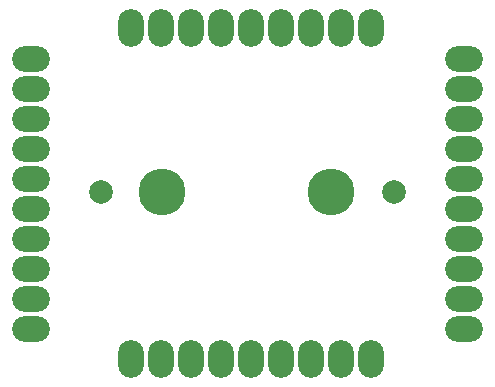
<source format=gbr>
G04 DipTrace 3.3.1.3*
G04 BottomMask.gbr*
%MOIN*%
G04 #@! TF.FileFunction,Soldermask,Bot*
G04 #@! TF.Part,Single*
%ADD20C,0.07874*%
%ADD21C,0.156199*%
%ADD28O,0.12599X0.08662*%
%ADD30O,0.08662X0.12599*%
%FSLAX26Y26*%
G04*
G70*
G90*
G75*
G01*
G04 BotMask*
%LPD*%
D20*
X1048389Y1290574D3*
X2024951D3*
D21*
X1251514D3*
X1814014D3*
D30*
X1848426Y735886D3*
X1748426D3*
X1648426D3*
X1548426Y1837486D3*
X1948426D3*
D28*
X2259377Y1635886D3*
Y1535886D3*
D30*
X1448426Y735886D3*
D28*
X2259377Y1735886D3*
D30*
X1748426Y1837486D3*
X1348426D3*
D28*
X814039Y1735886D3*
Y1635886D3*
D30*
X1148426Y735886D3*
X1548426D3*
X1348426D3*
X1248426D3*
D28*
X814014Y935886D3*
Y835886D3*
Y1035886D3*
Y1235886D3*
Y1135886D3*
Y1335886D3*
X814039Y1435886D3*
Y1535886D3*
X2259377Y1435886D3*
Y1335886D3*
Y1235886D3*
Y1135886D3*
Y935886D3*
Y1035886D3*
Y835886D3*
D30*
X1948426Y735886D3*
X1848426Y1837486D3*
X1648426D3*
X1448426Y1837449D3*
X1248426Y1837486D3*
X1148426D3*
M02*

</source>
